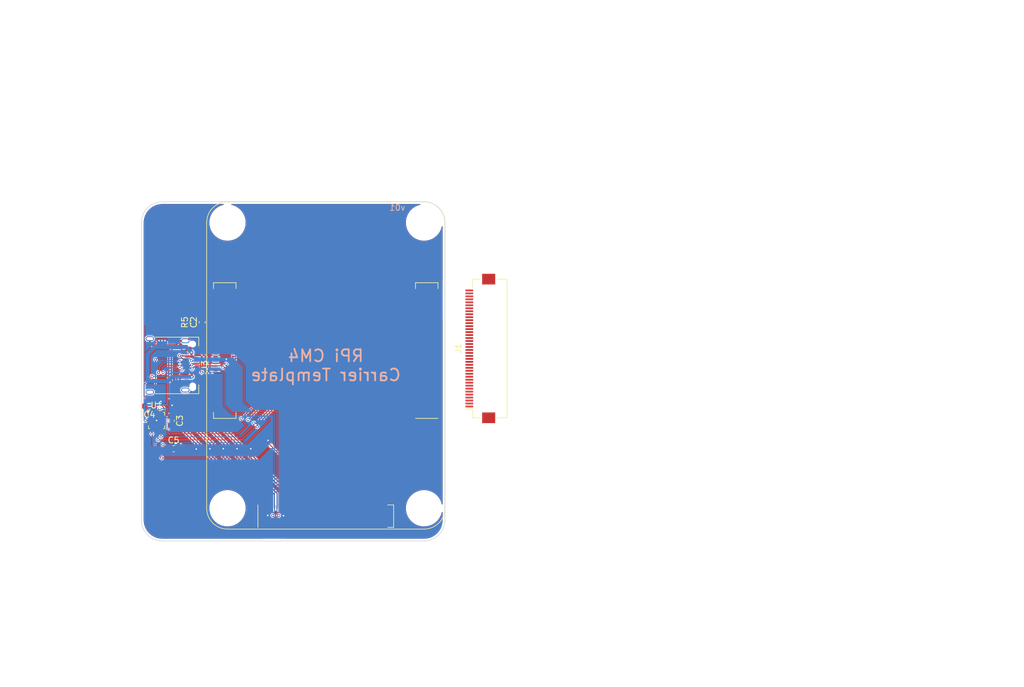
<source format=kicad_pcb>
(kicad_pcb (version 20240108) (generator "pcbnew") (generator_version "8.0")
  (title_block (title "Raspberry Pi Compute Module 4 Carrier Template") (date "2020-10-31") (rev "v01") (comment 2 "creativecommons.org/licenses/by/4.0/") (comment 3 "License: CC BY 4.0") (comment 4 "Author: Shawn Hymel"))
  (layers (0 "F.Cu" signal) (31 "B.Cu" signal) (34 "B.Paste" user) (35 "F.Paste" user) (36 "B.SilkS" user "B.Silkscreen") (37 "F.SilkS" user "F.Silkscreen") (38 "B.Mask" user) (39 "F.Mask" user) (44 "Edge.Cuts" user))
  (net 0 "")
  (net 1 "GND")
  (net 11 "+1.8V")
  (net 27 "+3.3V")
  (net 30 "+5V")
  (net 75 "USB2_N")
  (net 128 "Net-(J1-D1N)")
  (net 129 "Net-(J1-D3N)")
  (net 130 "Net-(J1-D2N)")
  (net 131 "Net-(J1-D2P)")
  (net 133 "Net-(J1-CLKP)")
  (net 134 "Net-(J1-D1P)")
  (net 135 "Net-(J1-D0N)")
  (net 136 "Net-(J1-D3P)")
  (net 137 "Net-(J1-D0P)")
  (net 138 "Net-(J1-CLKN)")
  (net 139 "Net-(J1-LEDA-Pad35)")
  (net 140 "USB2_P")
  (net 141 "Net-(J3-SBU2)")
  (net 142 "Net-(J3-SBU1)")
  (net 207 "/Untitled Sheet/CC2")
  (net 208 "/Untitled Sheet/CC1")
  (net 209 "/Untitled Sheet/Net-(J3-TX2-")
  (net 210 "/Untitled Sheet/Net-(J3-RX2+")
  (net 211 "SCL")
  (net 212 "SDA")
  (net 213 "/Untitled Sheet/Net-(J3-RX1-")
  (net 214 "/Untitled Sheet/Net-(J3-RX1+")
  (net 215 "/Untitled Sheet/Net-(J3-TX1-")
  (net 216 "/Untitled Sheet/Net-(J3-RX2-")
  (net 217 "/Untitled Sheet/Net-(J3-TX2+")
  (net 218 "/Untitled Sheet/Net-(J3-TX1+")
  (net 231 "Net-(J3-SHIELD)")
  (net 232 "Net-(U1-VBUS)")
  (net 233 "GPIO4_A3")
  (footprint "Capacitor_SMD:C_0603_1608Metric" (layer "F.Cu") (at 120.55 115.3 -90)
    (property "Reference" "C3")
    (property "Value" "220p")
  )
  (footprint "Capacitor_SMD:C_0603_1608Metric" (layer "F.Cu") (at 116.9 112.85 180)
    (property "Reference" "C4")
    (property "Value" "220p")
  )
  (footprint "Package_DFN_QFN:WQFN-14-1EP_2.5x2.5mm_P0.5mm_EP1.45x1.45mm" (layer "F.Cu") (at 118.0875 115.25)
    (property "Reference" "U1")
    (property "Value" "FUSB302BMPX")
  )
  (footprint "CM4IO:Hirose_FH12-40S-0.5SH_1x40-1MP_P0.50mm_Horizontal" (layer "F.Cu") (at 172.45 103.15 90)
    (property "Reference" "J1")
    (property "Value" "Conn_01x40_Socket")
  )
  (footprint "Capacitor_SMD:C_0603_1608Metric" (layer "F.Cu") (at 120.95 120)
    (property "Reference" "C5")
    (property "Value" "1u")
  )
  (footprint "Resistor_SMD:R_0603_1608Metric" (layer "F.Cu") (at 124.25 98.75 90)
    (property "Reference" "R5")
    (property "Value" "100k")
  )
  (footprint "Capacitor_SMD:C_0603_1608Metric" (layer "F.Cu") (at 125.75 98.75 90)
    (property "Reference" "C2")
    (property "Value" "100n")
  )
  (footprint "Connector_USB:USB_C_Receptacle_Amphenol_12401610E4-2A" (layer "F.Cu") (at 119.8 106 -90)
    (property "Reference" "J3")
    (property "Value" "USB_C_Receptacle")
  )
  (footprint "CM4IO:Raspberry-Pi-4-Compute-Module" (layer "F.Cu") (at 163 82 180)
    (property "Reference" "Module1" (hide yes))
    (property "Value" "ComputeModule4-CM4")
  )
  (gr_line (start 166.5 132) (end 166.5 82) (stroke (width 0.1)) (layer "Edge.Cuts"))
  (gr_arc (start 115.55 82) (mid 116.575126 79.525126) (end 119.05 78.5) (stroke (width 0.1)) (layer "Edge.Cuts"))
  (gr_line (start 115.55 82) (end 115.55 132) (stroke (width 0.1)) (layer "Edge.Cuts"))
  (gr_line (start 119.05 135.5) (end 163 135.5) (stroke (width 0.1)) (layer "Edge.Cuts"))
  (gr_arc (start 119.05 135.5) (mid 116.575126 134.474874) (end 115.55 132) (stroke (width 0.1)) (layer "Edge.Cuts"))
  (gr_line (start 163 78.5) (end 119.05 78.5) (stroke (width 0.1)) (layer "Edge.Cuts"))
  (gr_arc (start 166.5 132) (mid 165.474874 134.474874) (end 163 135.5) (stroke (width 0.1)) (layer "Edge.Cuts"))
  (gr_arc (start 163 78.5) (mid 165.474874 79.525126) (end 166.5 82) (stroke (width 0.1)) (layer "Edge.Cuts"))
  (gr_text "RPi CM4\nCarrier Template" (at 146.5 106 0) (layer "B.SilkS") (effects (font (size 2 2) (thickness 0.3)) (justify mirror)))
  (gr_text "v01" (at 158.5 79.5 0) (layer "B.SilkS") (effects (font (size 1 1)) (justify mirror)))
  (segment (start 116.0072 99.45) (end 116.0072 111.4) (width 0.1524) (layer "B.Cu") (net 0))
  (segment (start 124.82 108.75) (end 124.55 108.75) (width 0.1524) (layer "F.Cu") (net 1))
  (segment (start 120.7 112.7) (end 119.45 112.7) (width 0.3) (layer "F.Cu") (net 1))
  (segment (start 119.35 115.25) (end 118.0875 115.25) (width 0.1524) (layer "F.Cu") (net 1))
  (segment (start 123.75 103) (end 123.9 103.15) (width 0.3) (layer "F.Cu") (net 1))
  (segment (start 124.45 108.65) (end 123.27 108.65) (width 0.1524) (layer "F.Cu") (net 1))
  (segment (start 119.35 115.75) (end 118.5875 115.75) (width 0.1524) (layer "F.Cu") (net 1))
  (segment (start 124.72 103.15) (end 124.82 103.25) (width 0.3) (layer "F.Cu") (net 1))
  (segment (start 119.35 115.75) (end 119.35 115.25) (width 0.25) (layer "F.Cu") (net 1))
  (segment (start 123.9 103.15) (end 124.72 103.15) (width 0.3) (layer "F.Cu") (net 1))
  (segment (start 119.45 112.7) (end 118.8 112.05) (width 0.3) (layer "F.Cu") (net 1))
  (segment (start 123.75 103) (end 123.12 103) (width 0.3) (layer "F.Cu") (net 1))
  (segment (start 118.5875 115.75) (end 118.0875 115.25) (width 0.1524) (layer "F.Cu") (net 1))
  (segment (start 124.55 108.75) (end 124.45 108.65) (width 0.1524) (layer "F.Cu") (net 1))
  (segment (start 123.27 108.65) (end 123.12 108.5) (width 0.1524) (layer "F.Cu") (net 1))
  (via (at 133.9 120) (size 0.508) (drill 0.254) (layers "F.Cu" "B.Cu") (net 1))
  (via (at 118.0875 115.25) (size 0.508) (drill 0.254) (layers "F.Cu" "B.Cu") (net 1))
  (via (at 118.8 112.05) (size 0.508) (drill 0.254) (layers "F.Cu" "B.Cu") (net 1))
  (via (at 129.3 120) (size 0.508) (drill 0.254) (layers "F.Cu" "B.Cu") (net 1))
  (via (at 139.4 131.25) (size 0.508) (drill 0.254) (layers "F.Cu" "B.Cu") (net 1))
  (via (at 116.65 113.95) (size 0.508) (drill 0.254) (layers "F.Cu" "B.Cu") (net 1))
  (via (at 131.6 120) (size 0.508) (drill 0.254) (layers "F.Cu" "B.Cu") (net 1))
  (via (at 120.7 112.7) (size 0.508) (drill 0.254) (layers "F.Cu" "B.Cu") (net 1))
  (via (at 127.05 120) (size 0.508) (drill 0.254) (layers "F.Cu" "B.Cu") (net 1))
  (via (at 129.8 104.95) (size 0.508) (drill 0.254) (layers "F.Cu" "B.Cu") (net 1))
  (via (at 136.75 131.2) (size 0.508) (drill 0.254) (layers "F.Cu" "B.Cu") (net 1))
  (via (at 124.75 120.05) (size 0.508) (drill 0.254) (layers "F.Cu" "B.Cu") (net 1))
  (segment (start 161.92 96.9) (end 161.92 96.5) (width 0.1524) (layer "F.Cu") (net 27))
  (segment (start 117.3 116.55) (end 117.3375 116.5125) (width 0.1524) (layer "F.Cu") (net 27))
  (segment (start 116.825 116) (end 117.3375 116.5125) (width 0.35) (layer "F.Cu") (net 27))
  (segment (start 119.85 120) (end 119.15 119.3) (width 0.1524) (layer "F.Cu") (net 27))
  (segment (start 120.175 120) (end 119.85 120) (width 0.1524) (layer "F.Cu") (net 27))
  (segment (start 161.92 96.5) (end 152.05 96.5) (width 0.1524) (layer "F.Cu") (net 27))
  (segment (start 152.05 96.5) (end 133.45 115.1) (width 0.1524) (layer "F.Cu") (net 27))
  (segment (start 116.825 115.75) (end 116.825 116) (width 0.35) (layer "F.Cu") (net 27))
  (segment (start 117.3 117.5) (end 117.3 116.55) (width 0.25) (layer "F.Cu") (net 27))
  (segment (start 117.4 116.575) (end 117.3375 116.5125) (width 0.1524) (layer "F.Cu") (net 27))
  (via (at 119.15 119.3) (size 0.508) (drill 0.254) (layers "F.Cu" "B.Cu") (net 27))
  (via (at 117.3 117.5) (size 0.508) (drill 0.254) (layers "F.Cu" "B.Cu") (net 27))
  (via (at 133.45 115.1) (size 0.508) (drill 0.254) (layers "F.Cu" "B.Cu") (net 27))
  (segment (start 117.4 117.6) (end 117.3 117.5) (width 0.1524) (layer "B.Cu") (net 27))
  (segment (start 133.65 114.9) (end 137 114.9) (width 0.1524) (layer "B.Cu") (net 27))
  (segment (start 119.15 119.3) (end 117.4 119.3) (width 0.1524) (layer "B.Cu") (net 27))
  (segment (start 133.3 119) (end 119.45 119) (width 0.1524) (layer "B.Cu") (net 27))
  (segment (start 117.4 119.3) (end 117.4 117.6) (width 0.1524) (layer "B.Cu") (net 27))
  (segment (start 119.45 119) (end 119.15 119.3) (width 0.1524) (layer "B.Cu") (net 27))
  (segment (start 137 114.9) (end 137 115.3) (width 0.1524) (layer "B.Cu") (net 27))
  (segment (start 137 115.3) (end 133.3 119) (width 0.1524) (layer "B.Cu") (net 27))
  (segment (start 133.45 115.1) (end 133.65 114.9) (width 0.1524) (layer "B.Cu") (net 27))
  (segment (start 161.6 91.8) (end 157.3 96.1) (width 0.1524) (layer "F.Cu") (net 30))
  (segment (start 165.75 91.8) (end 161.6 91.8) (width 0.1524) (layer "F.Cu") (net 30))
  (segment (start 117.8375 113.9875) (end 118.3375 113.9875) (width 0.25) (layer "F.Cu") (net 30))
  (segment (start 165.75 98.1) (end 165.75 91.8) (width 0.1524) (layer "F.Cu") (net 30))
  (segment (start 151.9 96.1) (end 135.05 112.95) (width 0.1524) (layer "F.Cu") (net 30))
  (segment (start 118.3375 113.9875) (end 118.3375 113.5125) (width 0.1524) (layer "F.Cu") (net 30))
  (segment (start 165 98.1) (end 165.75 98.1) (width 0.1524) (layer "F.Cu") (net 30))
  (segment (start 135.05 112.95) (end 134.3 112.95) (width 0.1524) (layer "F.Cu") (net 30))
  (segment (start 157.3 96.1) (end 151.9 96.1) (width 0.1524) (layer "F.Cu") (net 30))
  (segment (start 118.3375 113.5125) (end 118.6 113.25) (width 0.1524) (layer "F.Cu") (net 30))
  (segment (start 165 96.1) (end 165 98.1) (width 0.1524) (layer "F.Cu") (net 30))
  (segment (start 134.3 112.95) (end 132.3 114.95) (width 0.1524) (layer "F.Cu") (net 30))
  (via (at 132.3 114.95) (size 0.508) (drill 0.254) (layers "F.Cu" "B.Cu") (net 30))
  (via (at 118.6 113.25) (size 0.508) (drill 0.254) (layers "F.Cu" "B.Cu") (net 30))
  (segment (start 132.3 115.15) (end 132.3 114.95) (width 0.1524) (layer "B.Cu") (net 30))
  (segment (start 118.6 113.25) (end 120 113.25) (width 0.1524) (layer "B.Cu") (net 30))
  (segment (start 120 113.25) (end 120 117.45) (width 0.1524) (layer "B.Cu") (net 30))
  (segment (start 131.8 117.45) (end 133.2 116.05) (width 0.1524) (layer "B.Cu") (net 30))
  (segment (start 133.2 116.05) (end 132.3 115.15) (width 0.1524) (layer "B.Cu") (net 30))
  (segment (start 120 117.45) (end 131.8 117.45) (width 0.1524) (layer "B.Cu") (net 30))
  (segment (start 122.153999 105.524999) (end 122 105.371) (width 0.2) (layer "F.Cu") (net 75))
  (segment (start 124.795001 106.225001) (end 124.82 106.25) (width 0.2) (layer "F.Cu") (net 75))
  (segment (start 124.424999 106.225001) (end 124.795001 106.225001) (width 0.2) (layer "F.Cu") (net 75))
  (segment (start 129.975 112.4432) (end 129.975 106.843199) (width 0.2) (layer "F.Cu") (net 75))
  (segment (start 123.095001 105.524999) (end 122.153999 105.524999) (width 0.2) (layer "F.Cu") (net 75))
  (segment (start 123.12 105.5) (end 123.095001 105.524999) (width 0.2) (layer "F.Cu") (net 75))
  (segment (start 130.456801 112.925001) (end 129.975 112.4432) (width 0.2) (layer "F.Cu") (net 75))
  (segment (start 131.054999 112.925001) (end 130.456801 112.925001) (width 0.2) (layer "F.Cu") (net 75))
  (segment (start 129.449795 106.317994) (end 129.232006 106.317994) (width 0.2) (layer "F.Cu") (net 75))
  (segment (start 129.975 106.843199) (end 129.449795 106.317994) (width 0.2) (layer "F.Cu") (net 75))
  (segment (start 131.08 112.9) (end 131.054999 112.925001) (width 0.2) (layer "F.Cu") (net 75))
  (segment (start 124.05 106.6) (end 124.424999 106.225001) (width 0.2) (layer "F.Cu") (net 75))
  (via (at 129.232006 106.317994) (size 0.508) (drill 0.254) (layers "F.Cu" "B.Cu") (net 75))
  (via (at 118.421 107.2) (size 0.508) (drill 0.254) (layers "F.Cu" "B.Cu") (net 75))
  (via (at 122 105.371) (size 0.508) (drill 0.254) (layers "F.Cu" "B.Cu") (net 75))
  (via (at 124.05 106.6) (size 0.508) (drill 0.254) (layers "F.Cu" "B.Cu") (net 75))
  (segment (start 124.578999 106.071001) (end 129.202802 106.071001) (width 0.2) (layer "B.Cu") (net 75))
  (segment (start 123.45 106.45) (end 122.371 105.371) (width 0.2) (layer "B.Cu") (net 75))
  (segment (start 122.371 105.371) (end 122 105.371) (width 0.2) (layer "B.Cu") (net 75))
  (segment (start 124.05 106.6) (end 124.578999 106.071001) (width 0.2) (layer "B.Cu") (net 75))
  (segment (start 129.202802 106.071001) (end 129.232006 106.100205) (width 0.2) (layer "B.Cu") (net 75))
  (segment (start 129.232006 106.100205) (end 129.232006 106.317994) (width 0.2) (layer "B.Cu") (net 75))
  (segment (start 118.574999 107.046001) (end 118.421 107.2) (width 0.2) (layer "B.Cu") (net 75))
  (segment (start 123.9 106.45) (end 123.45 106.45) (width 0.2) (layer "B.Cu") (net 75))
  (segment (start 122 105.371) (end 121.846 105.525) (width 0.2) (layer "B.Cu") (net 75))
  (segment (start 119.3068 105.525) (end 118.574999 106.256801) (width 0.2) (layer "B.Cu") (net 75))
  (segment (start 124.05 106.6) (end 123.9 106.45) (width 0.2) (layer "B.Cu") (net 75))
  (segment (start 118.574999 106.256801) (end 118.574999 107.046001) (width 0.2) (layer "B.Cu") (net 75))
  (segment (start 121.846 105.525) (end 119.3068 105.525) (width 0.2) (layer "B.Cu") (net 75))
  (segment (start 123.12 106) (end 123.095001 105.975001) (width 0.2) (layer "F.Cu") (net 140))
  (segment (start 123.8 105.9) (end 123.7 106) (width 0.2) (layer "F.Cu") (net 140))
  (segment (start 123.7 106) (end 123.12 106) (width 0.2) (layer "F.Cu") (net 140))
  (segment (start 131.08 112.5) (end 131.054999 112.474999) (width 0.2) (layer "F.Cu") (net 140))
  (segment (start 131.054999 112.474999) (end 130.643199 112.474999) (width 0.2) (layer "F.Cu") (net 140))
  (segment (start 124 105.9) (end 124.125001 105.774999) (width 0.2) (layer "F.Cu") (net 140))
  (segment (start 130.425 106.656801) (end 129.767994 105.999795) (width 0.2) (layer "F.Cu") (net 140))
  (segment (start 129.767994 105.999795) (end 129.767994 105.782006) (width 0.2) (layer "F.Cu") (net 140))
  (segment (start 124.125001 105.774999) (end 124.795001 105.774999) (width 0.2) (layer "F.Cu") (net 140))
  (segment (start 124 105.9) (end 123.8 105.9) (width 0.2) (layer "F.Cu") (net 140))
  (segment (start 130.425 112.2568) (end 130.425 106.656801) (width 0.2) (layer "F.Cu") (net 140))
  (segment (start 123.095001 105.975001) (end 122.153999 105.975001) (width 0.2) (layer "F.Cu") (net 140))
  (segment (start 122.153999 105.975001) (end 122 106.129) (width 0.2) (layer "F.Cu") (net 140))
  (segment (start 124.795001 105.774999) (end 124.82 105.75) (width 0.2) (layer "F.Cu") (net 140))
  (segment (start 130.643199 112.474999) (end 130.425 112.2568) (width 0.2) (layer "F.Cu") (net 140))
  (via (at 119.179 107.2) (size 0.508) (drill 0.254) (layers "F.Cu" "B.Cu") (net 140))
  (via (at 124 105.9) (size 0.508) (drill 0.254) (layers "F.Cu" "B.Cu") (net 140))
  (via (at 129.767994 105.782006) (size 0.508) (drill 0.254) (layers "F.Cu" "B.Cu") (net 140))
  (via (at 122 106.129) (size 0.508) (drill 0.254) (layers "F.Cu" "B.Cu") (net 140))
  (segment (start 119.4932 105.975) (end 119.025001 106.443199) (width 0.2) (layer "B.Cu") (net 140))
  (segment (start 129.389199 105.621) (end 129.550205 105.782006) (width 0.2) (layer "B.Cu") (net 140))
  (segment (start 129.550205 105.782006) (end 129.767994 105.782006) (width 0.2) (layer "B.Cu") (net 140))
  (segment (start 122 106.129) (end 121.846 105.975) (width 0.2) (layer "B.Cu") (net 140))
  (segment (start 124 105.9) (end 124.279 105.621) (width 0.2) (layer "B.Cu") (net 140))
  (segment (start 119.025001 107.046001) (end 119.179 107.2) (width 0.2) (layer "B.Cu") (net 140))
  (segment (start 119.025001 106.443199) (end 119.025001 107.046001) (width 0.2) (layer "B.Cu") (net 140))
  (segment (start 124.279 105.621) (end 129.389199 105.621) (width 0.2) (layer "B.Cu") (net 140))
  (segment (start 121.846 105.975) (end 119.4932 105.975) (width 0.2) (layer "B.Cu") (net 140))
  (segment (start 138.3 131.5) (end 138.3 132.87) (width 0.1524) (layer "F.Cu") (net 141))
  (segment (start 138.6 131.2) (end 138.3 131.5) (width 0.1524) (layer "F.Cu") (net 141))
  (segment (start 122.6 105) (end 121.95 104.35) (width 0.1524) (layer "F.Cu") (net 141))
  (segment (start 123.12 105) (end 122.6 105) (width 0.1524) (layer "F.Cu") (net 141))
  (via (at 138.6 131.2) (size 0.508) (drill 0.254) (layers "F.Cu" "B.Cu") (net 141))
  (via (at 121.95 104.35) (size 0.508) (drill 0.254) (layers "F.Cu" "B.Cu") (net 141))
  (segment (start 121.95 104.35) (end 123.55 104.35) (width 0.1524) (layer "B.Cu") (net 141))
  (segment (start 132.8 106.15) (end 132.8 112.1) (width 0.1524) (layer "B.Cu") (net 141))
  (segment (start 131.05 104.4) (end 132.8 106.15) (width 0.1524) (layer "B.Cu") (net 141))
  (segment (start 138.3 113.75) (end 138.3 130.9) (width 0.1524) (layer "B.Cu") (net 141))
  (segment (start 138.3 130.9) (end 138.6 131.2) (width 0.1524) (layer "B.Cu") (net 141))
  (segment (start 123.6 104.4) (end 131.05 104.4) (width 0.1524) (layer "B.Cu") (net 141))
  (segment (start 134.45 113.75) (end 138.3 113.75) (width 0.1524) (layer "B.Cu") (net 141))
  (segment (start 132.8 112.1) (end 134.45 113.75) (width 0.1524) (layer "B.Cu") (net 141))
  (segment (start 123.55 104.35) (end 123.6 104.4) (width 0.1524) (layer "B.Cu") (net 141))
  (segment (start 124.82 106.75) (end 125.25 106.75) (width 0.1524) (layer "F.Cu") (net 142))
  (segment (start 137.6 131.2) (end 137.9 131.5) (width 0.1524) (layer "F.Cu") (net 142))
  (segment (start 137.9 131.5) (end 137.9 132.87) (width 0.1524) (layer "F.Cu") (net 142))
  (segment (start 125.25 106.75) (end 125.65 107.15) (width 0.1524) (layer "F.Cu") (net 142))
  (via (at 137.6 131.2) (size 0.508) (drill 0.254) (layers "F.Cu" "B.Cu") (net 142))
  (via (at 125.65 107.15) (size 0.508) (drill 0.254) (layers "F.Cu" "B.Cu") (net 142))
  (segment (start 137.9 130.9) (end 137.6 131.2) (width 0.1524) (layer "B.Cu") (net 142))
  (segment (start 137.9 114.15) (end 137.9 130.9) (width 0.1524) (layer "B.Cu") (net 142))
  (segment (start 129.45 107.45) (end 129.45 112.8) (width 0.1524) (layer "B.Cu") (net 142))
  (segment (start 132.5 114.15) (end 137.9 114.15) (width 0.1524) (layer "B.Cu") (net 142))
  (segment (start 125.65 107.15) (end 129.15 107.15) (width 0.1524) (layer "B.Cu") (net 142))
  (segment (start 129.45 112.8) (end 130.75 114.1) (width 0.1524) (layer "B.Cu") (net 142))
  (segment (start 130.75 114.1) (end 132.45 114.1) (width 0.1524) (layer "B.Cu") (net 142))
  (segment (start 129.15 107.15) (end 129.45 107.45) (width 0.1524) (layer "B.Cu") (net 142))
  (segment (start 132.45 114.1) (end 132.5 114.15) (width 0.1524) (layer "B.Cu") (net 142))
  (segment (start 122.35 106.75) (end 122.4 106.75) (width 0.1524) (layer "F.Cu") (net 207))
  (segment (start 116.825 114.75) (end 116.825 114.5) (width 0.1524) (layer "F.Cu") (net 207))
  (segment (start 122.4 106.75) (end 122.65 106.5) (width 0.1524) (layer "F.Cu") (net 207))
  (segment (start 116.0072 109.1928) (end 116.0072 111.15) (width 0.1524) (layer "F.Cu") (net 207))
  (segment (start 122.65 106.5) (end 123.12 106.5) (width 0.1524) (layer "F.Cu") (net 207))
  (segment (start 117.35 107.85) (end 116.0072 109.1928) (width 0.1524) (layer "F.Cu") (net 207))
  (segment (start 116.825 114.5) (end 117.3375 113.9875) (width 0.1524) (layer "F.Cu") (net 207))
  (segment (start 116.0072 111.15) (end 117.3375 112.4803) (width 0.1524) (layer "F.Cu") (net 207))
  (segment (start 117.3375 112.4803) (end 117.3375 113.9875) (width 0.1524) (layer "F.Cu") (net 207))
  (via (at 117.35 107.85) (size 0.508) (drill 0.254) (layers "F.Cu" "B.Cu") (net 207))
  (via (at 122.35 106.75) (size 0.508) (drill 0.254) (layers "F.Cu" "B.Cu") (net 207))
  (segment (start 120.5 106.75) (end 122.35 106.75) (width 0.1524) (layer "B.Cu") (net 207))
  (segment (start 117.35 107.85) (end 119.4 107.85) (width 0.1524) (layer "B.Cu") (net 207))
  (segment (start 119.4 107.85) (end 120.5 106.75) (width 0.1524) (layer "B.Cu") (net 207))
  (segment (start 118 112) (end 118.567711 112.567711) (width 0.1524) (layer "F.Cu") (net 208))
  (segment (start 117.9 110.8) (end 117.3 111.4) (width 0.1524) (layer "F.Cu") (net 208))
  (segment (start 117.9 112) (end 118 112) (width 0.1524) (layer "F.Cu") (net 208))
  (segment (start 119.35 113.135422) (end 119.35 114.75) (width 0.1524) (layer "F.Cu") (net 208))
  (segment (start 124.82 105.25) (end 124 105.25) (width 0.1524) (layer "F.Cu") (net 208))
  (segment (start 124 105.25) (end 123.95 105.2) (width 0.1524) (layer "F.Cu") (net 208))
  (segment (start 118.8375 113.9875) (end 119.35 114.5) (width 0.1524) (layer "F.Cu") (net 208))
  (segment (start 119.35 114.75) (end 120.325 114.75) (width 0.1524) (layer "F.Cu") (net 208))
  (segment (start 117.3 111.4) (end 117.9 112) (width 0.1524) (layer "F.Cu") (net 208))
  (segment (start 120.325 114.75) (end 120.55 114.525) (width 0.1524) (layer "F.Cu") (net 208))
  (segment (start 118.567711 112.567711) (end 118.782289 112.567711) (width 0.1524) (layer "F.Cu") (net 208))
  (segment (start 117.9 105) (end 117.9 110.8) (width 0.1524) (layer "F.Cu") (net 208))
  (segment (start 118.782289 112.567711) (end 119.35 113.135422) (width 0.1524) (layer "F.Cu") (net 208))
  (via (at 123.95 105.2) (size 0.508) (drill 0.254) (layers "F.Cu" "B.Cu") (net 208))
  (via (at 117.9 105) (size 0.508) (drill 0.254) (layers "F.Cu" "B.Cu") (net 208))
  (segment (start 118.05 104.85) (end 117.9 105) (width 0.1524) (layer "B.Cu") (net 208))
  (segment (start 123.95 105.2) (end 123.6 104.85) (width 0.1524) (layer "B.Cu") (net 208))
  (segment (start 123.6 104.85) (end 118.05 104.85) (width 0.1524) (layer "B.Cu") (net 208))
  (segment (start 123.12 108) (end 122.594999 108) (width 0.2) (layer "F.Cu") (net 209))
  (segment (start 137.125 128.6068) (end 137.125 129.75) (width 0.2) (layer "F.Cu") (net 209))
  (segment (start 137.1 129.79) (end 137.125001 129.764999) (width 0.2) (layer "F.Cu") (net 209))
  (segment (start 121.925 110.4068) (end 123.925 112.4068) (width 0.2) (layer "F.Cu") (net 209))
  (segment (start 123.925 112.4068) (end 123.925 115.4068) (width 0.2) (layer "F.Cu") (net 209))
  (segment (start 122.3432 107.975) (end 121.925 108.3932) (width 0.2) (layer "F.Cu") (net 209))
  (segment (start 122.569999 107.975) (end 122.3432 107.975) (width 0.2) (layer "F.Cu") (net 209))
  (segment (start 123.925 115.4068) (end 137.125 128.6068) (width 0.2) (layer "F.Cu") (net 209))
  (segment (start 121.925 108.3932) (end 121.925 110.4068) (width 0.2) (layer "F.Cu") (net 209))
  (segment (start 122.594999 108) (end 122.569999 107.975) (width 0.2) (layer "F.Cu") (net 209))
  (segment (start 125.2568 108.225) (end 125.575 108.5432) (width 0.2) (layer "F.Cu") (net 210))
  (segment (start 137.874999 127.693199) (end 137.874999 129.764999) (width 0.2) (layer "F.Cu") (net 210))
  (segment (start 125.575 108.5432) (end 125.575 109.4568) (width 0.2) (layer "F.Cu") (net 210))
  (segment (start 124.925 114.7432) (end 137.874999 127.693199) (width 0.2) (layer "F.Cu") (net 210))
  (segment (start 125.575 109.4568) (end 124.925 110.1068) (width 0.2) (layer "F.Cu") (net 210))
  (segment (start 124.82 108.25) (end 125.02 108.25) (width 0.2) (layer "F.Cu") (net 210))
  (segment (start 124.925 110.1068) (end 124.925 114.7432) (width 0.2) (layer "F.Cu") (net 210))
  (segment (start 137.874999 129.764999) (end 137.9 129.79) (width 0.2) (layer "F.Cu") (net 210))
  (segment (start 125.045 108.225) (end 125.2568 108.225) (width 0.2) (layer "F.Cu") (net 210))
  (segment (start 125.02 108.25) (end 125.045 108.225) (width 0.2) (layer "F.Cu") (net 210))
  (segment (start 118.35 116.525) (end 118.3375 116.5125) (width 0.1524) (layer "F.Cu") (net 211))
  (segment (start 135 116) (end 153.3 97.7) (width 0.1524) (layer "F.Cu") (net 211))
  (segment (start 153.3 97.7) (end 161.92 97.7) (width 0.1524) (layer "F.Cu") (net 211))
  (segment (start 118.35 118.5) (end 118.35 116.525) (width 0.1524) (layer "F.Cu") (net 211))
  (segment (start 135 116.3) (end 135 116) (width 0.1524) (layer "F.Cu") (net 211))
  (via (at 118.35 118.5) (size 0.508) (drill 0.254) (layers "F.Cu" "B.Cu") (net 211))
  (via (at 135 116.3) (size 0.508) (drill 0.254) (layers "F.Cu" "B.Cu") (net 211))
  (segment (start 132.5 118.5) (end 118.35 118.5) (width 0.1524) (layer "B.Cu") (net 211))
  (segment (start 135 116.3) (end 134.7 116.3) (width 0.1524) (layer "B.Cu") (net 211))
  (segment (start 134.7 116.3) (end 132.5 118.5) (width 0.1524) (layer "B.Cu") (net 211))
  (segment (start 134.75 115.7) (end 153.15 97.3) (width 0.1524) (layer "F.Cu") (net 212))
  (segment (start 153.15 97.3) (end 161.92 97.3) (width 0.1524) (layer "F.Cu") (net 212))
  (segment (start 134.4 115.7) (end 134.75 115.7) (width 0.1524) (layer "F.Cu") (net 212))
  (segment (start 118.85 118) (end 118.85 116.525) (width 0.1524) (layer "F.Cu") (net 212))
  (segment (start 118.85 116.525) (end 118.8375 116.5125) (width 0.1524) (layer "F.Cu") (net 212))
  (via (at 118.85 118) (size 0.508) (drill 0.254) (layers "F.Cu" "B.Cu") (net 212))
  (via (at 134.4 115.7) (size 0.508) (drill 0.254) (layers "F.Cu" "B.Cu") (net 212))
  (segment (start 134.4 115.95) (end 132.35 118) (width 0.1524) (layer "B.Cu") (net 212))
  (segment (start 134.4 115.7) (end 134.4 115.95) (width 0.1524) (layer "B.Cu") (net 212))
  (segment (start 132.35 118) (end 118.85 118) (width 0.1524) (layer "B.Cu") (net 212))
  (segment (start 140.3 132.87) (end 140.274999 132.895001) (width 0.2) (layer "F.Cu") (net 213))
  (segment (start 120.575 111.1068) (end 120.575 104.0432) (width 0.2) (layer "F.Cu") (net 213))
  (segment (start 120.575 104.0432) (end 120.9932 103.625) (width 0.2) (layer "F.Cu") (net 213))
  (segment (start 120.9932 103.625) (end 121.9568 103.625) (width 0.2) (layer "F.Cu") (net 213))
  (segment (start 139.3568 134.475) (end 136.2432 134.475) (width 0.2) (layer "F.Cu") (net 213))
  (segment (start 121.9568 103.625) (end 122.3068 103.975) (width 0.2) (layer "F.Cu") (net 213))
  (segment (start 122.569999 103.975) (end 122.594999 104) (width 0.2) (layer "F.Cu") (net 213))
  (segment (start 136.2432 134.475) (end 135.075 133.3068) (width 0.2) (layer "F.Cu") (net 213))
  (segment (start 122.475 113.0068) (end 120.575 111.1068) (width 0.2) (layer "F.Cu") (net 213))
  (segment (start 122.475 116.3068) (end 122.475 113.0068) (width 0.2) (layer "F.Cu") (net 213))
  (segment (start 140.274999 133.556801) (end 139.3568 134.475) (width 0.2) (layer "F.Cu") (net 213))
  (segment (start 122.594999 104) (end 123.12 104) (width 0.2) (layer "F.Cu") (net 213))
  (segment (start 140.274999 132.895001) (end 140.274999 133.556801) (width 0.2) (layer "F.Cu") (net 213))
  (segment (start 135.075 133.3068) (end 135.075 128.9068) (width 0.2) (layer "F.Cu") (net 213))
  (segment (start 135.075 128.9068) (end 122.475 116.3068) (width 0.2) (layer "F.Cu") (net 213))
  (segment (start 122.3068 103.975) (end 122.569999 103.975) (width 0.2) (layer "F.Cu") (net 213))
  (segment (start 122.569999 103.525) (end 122.594999 103.5) (width 0.2) (layer "F.Cu") (net 214))
  (segment (start 139.5432 134.925) (end 136.0568 134.925) (width 0.2) (layer "F.Cu") (net 214))
  (segment (start 136.0568 134.925) (end 134.625 133.4932) (width 0.2) (layer "F.Cu") (net 214))
  (segment (start 122.4932 103.525) (end 122.569999 103.525) (width 0.2) (layer "F.Cu") (net 214))
  (segment (start 120.125 111.2932) (end 120.125 103.8568) (width 0.2) (layer "F.Cu") (net 214))
  (segment (start 120.8068 103.175) (end 122.1432 103.175) (width 0.2) (layer "F.Cu") (net 214))
  (segment (start 120.125 103.8568) (end 120.8068 103.175) (width 0.2) (layer "F.Cu") (net 214))
  (segment (start 140.725001 132.895001) (end 140.725001 133.743199) (width 0.2) (layer "F.Cu") (net 214))
  (segment (start 122.025 116.4932) (end 122.025 113.1932) (width 0.2) (layer "F.Cu") (net 214))
  (segment (start 134.625 133.4932) (end 134.625 129.0932) (width 0.2) (layer "F.Cu") (net 214))
  (segment (start 140.725001 133.743199) (end 139.5432 134.925) (width 0.2) (layer "F.Cu") (net 214))
  (segment (start 140.7 132.87) (end 140.725001 132.895001) (width 0.2) (layer "F.Cu") (net 214))
  (segment (start 122.594999 103.5) (end 123.12 103.5) (width 0.2) (layer "F.Cu") (net 214))
  (segment (start 134.625 129.0932) (end 122.025 116.4932) (width 0.2) (layer "F.Cu") (net 214))
  (segment (start 122.025 113.1932) (end 120.125 111.2932) (width 0.2) (layer "F.Cu") (net 214))
  (segment (start 122.1432 103.175) (end 122.4932 103.525) (width 0.2) (layer "F.Cu") (net 214))
  (segment (start 126.625 114.2432) (end 139.074999 126.693199) (width 0.2) (layer "F.Cu") (net 215))
  (segment (start 125.3568 104.225) (end 126.225 105.0932) (width 0.2) (layer "F.Cu") (net 215))
  (segment (start 125.02 104.25) (end 125.045 104.225) (width 0.2) (layer "F.Cu") (net 215))
  (segment (start 126.225 105.0932) (end 126.225 106.9932) (width 0.2) (layer "F.Cu") (net 215))
  (segment (start 126.625 107.3932) (end 126.625 114.2432) (width 0.2) (layer "F.Cu") (net 215))
  (segment (start 139.074999 129.764999) (end 139.1 129.79) (width 0.2) (layer "F.Cu") (net 215))
  (segment (start 139.074999 126.693199) (end 139.074999 129.764999) (width 0.2) (layer "F.Cu") (net 215))
  (segment (start 124.82 104.25) (end 125.02 104.25) (width 0.2) (layer "F.Cu") (net 215))
  (segment (start 126.225 106.9932) (end 126.625 107.3932) (width 0.2) (layer "F.Cu") (net 215))
  (segment (start 125.045 104.225) (end 125.3568 104.225) (width 0.2) (layer "F.Cu") (net 215))
  (segment (start 125.045 107.775) (end 125.4432 107.775) (width 0.2) (layer "F.Cu") (net 216))
  (segment (start 126.025 109.6432) (end 125.375 110.2932) (width 0.2) (layer "F.Cu") (net 216))
  (segment (start 126.025 108.3568) (end 126.025 109.6432) (width 0.2) (layer "F.Cu") (net 216))
  (segment (start 138.325001 127.506801) (end 138.325001 129.764999) (width 0.2) (layer "F.Cu") (net 216))
  (segment (start 125.4432 107.775) (end 126.025 108.3568) (width 0.2) (layer "F.Cu") (net 216))
  (segment (start 125.375 114.5568) (end 138.325001 127.506801) (width 0.2) (layer "F.Cu") (net 216))
  (segment (start 138.325001 129.764999) (end 138.3 129.79) (width 0.2) (layer "F.Cu") (net 216))
  (segment (start 125.02 107.75) (end 125.045 107.775) (width 0.2) (layer "F.Cu") (net 216))
  (segment (start 125.375 110.2932) (end 125.375 114.5568) (width 0.2) (layer "F.Cu") (net 216))
  (segment (start 124.82 107.75) (end 125.02 107.75) (width 0.2) (layer "F.Cu") (net 216))
  (segment (start 123.12 107.5) (end 122.594999 107.5) (width 0.2) (layer "F.Cu") (net 217))
  (segment (start 121.475 110.5932) (end 123.475 112.5932) (width 0.2) (layer "F.Cu") (net 217))
  (segment (start 123.475 112.5932) (end 123.475 115.5932) (width 0.2) (layer "F.Cu") (net 217))
  (segment (start 136.7 129.79) (end 136.674999 129.764999) (width 0.2) (layer "F.Cu") (net 217))
  (segment (start 136.675 128.7932) (end 136.675 129.75) (width 0.2) (layer "F.Cu") (net 217))
  (segment (start 123.475 115.5932) (end 136.675 128.7932) (width 0.2) (layer "F.Cu") (net 217))
  (segment (start 122.569999 107.525) (end 122.1568 107.525) (width 0.2) (layer "F.Cu") (net 217))
  (segment (start 121.475 108.2068) (end 121.475 110.5932) (width 0.2) (layer "F.Cu") (net 217))
  (segment (start 122.594999 107.5) (end 122.569999 107.525) (width 0.2) (layer "F.Cu") (net 217))
  (segment (start 122.1568 107.525) (end 121.475 108.2068) (width 0.2) (layer "F.Cu") (net 217))
  (segment (start 125.02 103.75) (end 125.045 103.775) (width 0.2) (layer "F.Cu") (net 218))
  (segment (start 126.675 104.9068) (end 126.675 106.8068) (width 0.2) (layer "F.Cu") (net 218))
  (segment (start 125.5432 103.775) (end 126.675 104.9068) (width 0.2) (layer "F.Cu") (net 218))
  (segment (start 126.675 106.8068) (end 127.075 107.2068) (width 0.2) (layer "F.Cu") (net 218))
  (segment (start 127.075 107.2068) (end 127.075 114.0568) (width 0.2) (layer "F.Cu") (net 218))
  (segment (start 139.525001 126.506801) (end 139.525001 129.764999) (width 0.2) (layer "F.Cu") (net 218))
  (segment (start 125.045 103.775) (end 125.5432 103.775) (width 0.2) (layer "F.Cu") (net 218))
  (segment (start 124.82 103.75) (end 125.02 103.75) (width 0.2) (layer "F.Cu") (net 218))
  (segment (start 127.075 114.0568) (end 139.525001 126.506801) (width 0.2) (layer "F.Cu") (net 218))
  (segment (start 139.525001 129.764999) (end 139.5 129.79) (width 0.2) (layer "F.Cu") (net 218))
  (segment (start 116.95 101.52) (end 116.96 101.51) (width 0.3) (layer "F.Cu") (net 231))
  (segment (start 116.95 102.6) (end 116.95 101.52) (width 0.3) (layer "F.Cu") (net 231))
  (segment (start 123.2324 101.87) (end 123.75 101.3524) (width 0.3) (layer "F.Cu") (net 231))
  (segment (start 125.75 101.1) (end 125.75 99.525) (width 0.3) (layer "F.Cu") (net 231))
  (segment (start 125.85 99.625) (end 125.75 99.525) (width 0.3) (layer "F.Cu") (net 231))
  (segment (start 125.4976 101.3524) (end 125.75 101.1) (width 0.3) (layer "F.Cu") (net 231))
  (segment (start 122.03 101.87) (end 121.3 102.6) (width 0.3) (layer "F.Cu") (net 231))
  (segment (start 122.91 101.87) (end 123.2324 101.87) (width 0.3) (layer "F.Cu") (net 231))
  (segment (start 121.3 102.6) (end 116.95 102.6) (width 0.3) (layer "F.Cu") (net 231))
  (segment (start 125.7 99.575) (end 125.75 99.525) (width 0.1524) (layer "F.Cu") (net 231))
  (segment (start 124.25 99.575) (end 125.7 99.575) (width 0.1524) (layer "F.Cu") (net 231))
  (segment (start 123.75 101.3524) (end 125.4976 101.3524) (width 0.3) (layer "F.Cu") (net 231))
  (segment (start 122.91 101.87) (end 122.03 101.87) (width 0.3) (layer "F.Cu") (net 231))
  (segment (start 116.2 115.25) (end 116.825 115.25) (width 0.3) (layer "F.Cu") (net 232))
  (segment (start 123.95 103.8) (end 123.95 104.5) (width 0.35) (layer "F.Cu") (net 232))
  (segment (start 124 107.4) (end 123.6 107) (width 0.35) (layer "F.Cu") (net 232))
  (segment (start 119.6376 101.7124) (end 119.6376 100.3) (width 0.7) (layer "F.Cu") (net 232))
  (segment (start 118.4 100.3) (end 119.05 100.3) (width 0.7) (layer "F.Cu") (net 232))
  (segment (start 124.05 104.6) (end 124.2 104.6) (width 0.35) (layer "F.Cu") (net 232))
  (segment (start 119 101.85) (end 119 100.35) (width 0.7) (layer "F.Cu") (net 232))
  (segment (start 118.5 101.85) (end 119.5 101.85) (width 0.7) (layer "F.Cu") (net 232))
  (segment (start 123.95 104.5) (end 123.12 104.5) (width 0.35) (layer "F.Cu") (net 232))
  (segment (start 124.15 107.25) (end 124.82 107.25) (width 0.35) (layer "F.Cu") (net 232))
  (segment (start 123.6 107) (end 123.12 107) (width 0.35) (layer "F.Cu") (net 232))
  (segment (start 124 107.4) (end 124.15 107.25) (width 0.35) (layer "F.Cu") (net 232))
  (segment (start 123.95 104.5) (end 124.05 104.6) (width 0.35) (layer "F.Cu") (net 232))
  (segment (start 124 107.9) (end 124 107.4) (width 0.35) (layer "F.Cu") (net 232))
  (segment (start 119 100.35) (end 119.05 100.3) (width 0.7) (layer "F.Cu") (net 232))
  (segment (start 124.35 104.75) (end 124.82 104.75) (width 0.35) (layer "F.Cu") (net 232))
  (segment (start 119.05 100.3) (end 119.6376 100.3) (width 0.7) (layer "F.Cu") (net 232))
  (segment (start 119.5 101.85) (end 119.6376 101.7124) (width 0.7) (layer "F.Cu") (net 232))
  (segment (start 118.5 101.85) (end 118.4 101.75) (width 0.7) (layer "F.Cu") (net 232))
  (segment (start 118.4 101.75) (end 118.4 100.3) (width 0.7) (layer "F.Cu") (net 232))
  (segment (start 124.2 104.6) (end 124.35 104.75) (width 0.35) (layer "F.Cu") (net 232))
  (via (at 124 107.9) (size 0.508) (drill 0.254) (layers "F.Cu" "B.Cu") (net 232))
  (via (at 118.5 101.85) (size 0.508) (drill 0.254) (layers "F.Cu" "B.Cu") (net 232))
  (via (at 116.2 115.25) (size 0.508) (drill 0.254) (layers "F.Cu" "B.Cu") (net 232))
  (via (at 123.95 103.8) (size 0.508) (drill 0.254) (layers "F.Cu" "B.Cu") (net 232))
  (via (at 119.5 101.85) (size 0.508) (drill 0.254) (layers "F.Cu" "B.Cu") (net 232))
  (via (at 119 101.85) (size 0.508) (drill 0.254) (layers "F.Cu" "B.Cu") (net 232))
  (segment (start 119.5 102.9) (end 119.5 101.85) (width 0.7) (layer "B.Cu") (net 232))
  (segment (start 118.5 101.85) (end 118.5 102.9) (width 0.7) (layer "B.Cu") (net 232))
  (segment (start 119.95 108.65) (end 116.5858 108.65) (width 0.7) (layer "B.Cu") (net 232))
  (segment (start 116.9 103.8) (end 116.85 103.85) (width 0.1524) (layer "B.Cu") (net 232))
  (segment (start 116.5858 104.1142) (end 116.85 103.85) (width 0.7) (layer "B.Cu") (net 232))
  (segment (start 120.7 107.9) (end 119.95 108.65) (width 0.7) (layer "B.Cu") (net 232))
  (segment (start 116.85 103.85) (end 117.8 102.9) (width 0.7) (layer "B.Cu") (net 232))
  (segment (start 116.5858 108.65) (end 116.5858 104.1142) (width 0.7) (layer "B.Cu") (net 232))
  (segment (start 123.05 102.9) (end 119.5 102.9) (width 0.7) (layer "B.Cu") (net 232))
  (segment (start 119.95 112.65) (end 116.081 112.65) (width 0.3) (layer "B.Cu") (net 232))
  (segment (start 116.081 112.65) (end 116.081 115.131) (width 0.3) (layer "B.Cu") (net 232))
  (segment (start 117.8 102.9) (end 118.5 102.9) (width 0.7) (layer "B.Cu") (net 232))
  (segment (start 119.95 108.65) (end 119.95 112.65) (width 0.3) (layer "B.Cu") (net 232))
  (segment (start 123.95 103.8) (end 123.05 102.9) (width 0.7) (layer "B.Cu") (net 232))
  (segment (start 119 101.85) (end 119 102.9) (width 0.7) (layer "B.Cu") (net 232))
  (segment (start 119.5 102.9) (end 119 102.9) (width 0.7) (layer "B.Cu") (net 232))
  (segment (start 124 107.9) (end 120.7 107.9) (width 0.7) (layer "B.Cu") (net 232))
  (segment (start 116.081 115.131) (end 116.2 115.25) (width 0.3) (layer "B.Cu") (net 232))
  (segment (start 118.5 101.85) (end 119 101.85) (width 0.7) (layer "B.Cu") (net 232))
  (segment (start 118.5 102.9) (end 119 102.9) (width 0.7) (layer "B.Cu") (net 232))
  (segment (start 119 101.85) (end 119.5 101.85) (width 0.7) (layer "B.Cu") (net 232))
  (segment (start 136.8 119) (end 142.8 125) (width 0.1524) (layer "F.Cu") (net 233))
  (segment (start 155.1 133.8) (end 155.1 132.87) (width 0.1524) (layer "F.Cu") (net 233))
  (segment (start 154.85 125) (end 159.15 129.3) (width 0.1524) (layer "F.Cu") (net 233))
  (segment (start 159.15 129.3) (end 159.15 133.8) (width 0.1524) (layer "F.Cu") (net 233))
  (segment (start 158.45 134.5) (end 155.8 134.5) (width 0.1524) (layer "F.Cu") (net 233))
  (segment (start 136.8 118.6) (end 136.8 119) (width 0.1524) (layer "F.Cu") (net 233))
  (segment (start 159.15 133.8) (end 158.45 134.5) (width 0.1524) (layer "F.Cu") (net 233))
  (segment (start 142.8 125) (end 154.85 125) (width 0.1524) (layer "F.Cu") (net 233))
  (segment (start 117.8375 116.5125) (end 117.8375 120.4375) (width 0.1524) (layer "F.Cu") (net 233))
  (segment (start 155.8 134.5) (end 155.1 133.8) (width 0.1524) (layer "F.Cu") (net 233))
  (segment (start 117.8375 120.4375) (end 118.95 121.55) (width 0.1524) (layer "F.Cu") (net 233))
  (via (at 118.95 121.55) (size 0.508) (drill 0.254) (layers "F.Cu" "B.Cu") (net 233))
  (via (at 136.8 118.6) (size 0.508) (drill 0.254) (layers "F.Cu" "B.Cu") (net 233))
  (segment (start 136.8 118.6) (end 133.85 121.55) (width 0.1524) (layer "B.Cu") (net 233))
  (segment (start 133.85 121.55) (end 118.95 121.55) (width 0.1524) (layer "B.Cu") (net 233))
  (zone (net 1) (net_name "GND") (layers "F&B.Cu") (connect_pads (clearance 0.025)) (min_thickness 0.15) (fill yes (thermal_gap 0.5) (thermal_bridge_width 0.5) (island_removal_mode 1) (island_area_min 10))
    (polygon (pts (xy 91.8 44.6) (xy 92.75 158.8) (xy 207.75 160.05) (xy 206.3 46.2)))
  )
)
</source>
